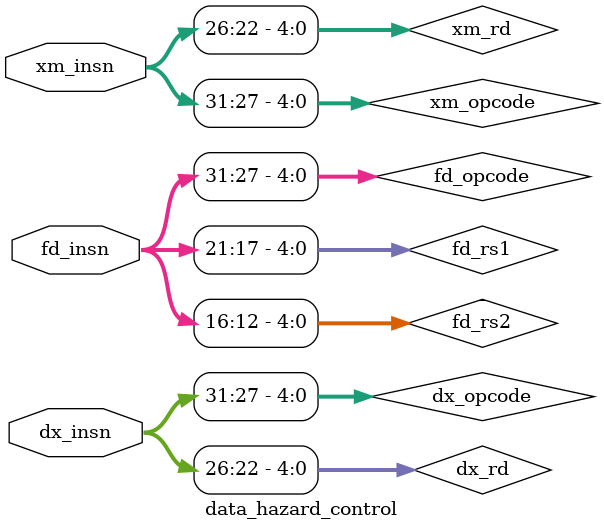
<source format=v>
module data_hazard_control(fd_insn, dx_insn, xm_insn); // dont need register, can parse itself

	input [31:0] fd_insn, dx_insn, xm_insn;
	
	wire is_data_hazard;
	wire [4:0] fd_rs1_equals_dx_rd, fd_rs2_equals_dx_rd, fd_rs1_equals_xm_rd, fd_rs2_equals_xm_rd;


	wire [4:0] fd_opcode, dx_opcode, xm_opcode;
	wire fd_only_rs_insn, dx_only_rs_insn, xm_only_rs_insn;
	wire fd_lw_insn, dx_lw_insn, xm_lw_insn;
	wire fd_addi_insn, dx_addi_insn, xm_addi_insn;
	wire fd_r_insn, dx_r_insn, xm_r_insn;
	wire fd_write_insn, dx_write_insn, xm_write_insn;
	wire [4:0] fd_rs1, fd_rs2, dx_rd, xm_rd;
	
	assign fd_opcode	= fd_insn[31:27];
	assign dx_opcode 	= dx_insn[31:27];
	assign xm_opcode 	= xm_insn[31:27];
	
	// will need to add special case for lw, sw
	assign fd_r_insn 			=  (~fd_opcode[4] & ~fd_opcode[3] & ~fd_opcode[2] & ~fd_opcode[1] & ~fd_opcode[0]); 	// r_insn
	assign fd_addi_insn 		=	(~fd_opcode[4] & ~fd_opcode[3] &  fd_opcode[2] & ~fd_opcode[1] &  fd_opcode[0]); 	//00101 addi
	assign fd_lw_insn			=	(~fd_opcode[4] &  fd_opcode[3] & ~fd_opcode[2] & ~fd_opcode[1] & ~fd_opcode[0]);		//01000 lw only check fd_rs1				
	
	// specials
	// ~opcode[4] & ~opcode[3] & ~opcode[2] &  opcode[1] &  opcode[0];	//00011 jal only check $rstatus
	// ~opcode[4] & ~opcode[3] &  opcode[2] &  opcode[1] &  opcode[0];	//00111 sw only check (lw followed by lw/sw/etc)
	// (~fd_opcode[4] &  fd_opcode[3] & ~fd_opcode[2] & ~fd_opcode[1] & ~fd_opcode[0]) ||	//01000 lw only check fd_rs1
	// opcode[4] & ~opcode[3] &  opcode[2] & ~opcode[1] &  opcode[0];	//10101 setx check if reading from $rstatus 
	
	assign dx_r_insn 			=  (~dx_opcode[4] & ~dx_opcode[3] & ~dx_opcode[2] & ~dx_opcode[1] & ~dx_opcode[0]); 	// r_insn
	assign dx_addi_insn 		=  (~dx_opcode[4] & ~dx_opcode[3] &  dx_opcode[2] & ~dx_opcode[1] &  dx_opcode[0]); 	// addi
	assign dx_lw_insn			=	(~dx_opcode[4] &  dx_opcode[3] & ~dx_opcode[2] & ~dx_opcode[1] & ~dx_opcode[0]);		//01000 lw only check fd_rs1				
	assign dx_write_insn 	=  dx_r_insn || dx_addi_insn || dx_lw_insn;				
						
	assign xm_r_insn 			=  (~xm_opcode[4] & ~xm_opcode[3] & ~xm_opcode[2] & ~xm_opcode[1] & ~xm_opcode[0]); 	// r_insn
	assign xm_addi_insn 		=	(~xm_opcode[4] & ~xm_opcode[3] &  xm_opcode[2] & ~xm_opcode[1] &  xm_opcode[0]);		// addit
	assign xm_lw_insn			=	(~xm_opcode[4] &  xm_opcode[3] & ~xm_opcode[2] & ~xm_opcode[1] & ~xm_opcode[0]);		//01000 lw only check fd_rs1				
	assign xm_write_insn 	=  xm_r_insn || xm_addi_insn || xm_lw_insn;				
	
	
	assign fd_rs1 	 	= fd_insn[21:17];
	assign fd_rs2		= fd_insn[16:12];
	assign dx_rd 		= dx_insn[26:22];
	assign xm_rd 		= xm_insn[26:22];
	
	genvar i;
	generate
	for(i=0; i<5; i=i+1) begin: loop1
		
		xnor x1(fd_rs1_equals_dx_rd[i], fd_rs1[i], dx_rd[i]);
		xnor x2(fd_rs2_equals_dx_rd[i], fd_rs2[i], dx_rd[i]);
		xnor x3(fd_rs1_equals_xm_rd[i], fd_rs1[i], xm_rd[i]);
		xnor x4(fd_rs2_equals_xm_rd[i], fd_rs2[i], xm_rd[i]);
	
	end
	endgenerate
	
	wire fd_dx_data_hazard_r, fd_xm_data_hazard_r, fd_dx_data_hazard_addi, fd_xm_data_hazard_addi;
	
	assign fd_dx_data_hazard_r = fd_r_insn && dx_write_insn && ((&fd_rs1_equals_dx_rd[4:0] && |fd_rs1[4:0]) || (&fd_rs2_equals_dx_rd[4:0] && |fd_rs2[4:0]));
	assign fd_xm_data_hazard_r = fd_r_insn && xm_write_insn && ((&fd_rs1_equals_xm_rd[4:0] && |fd_rs1[4:0]) || (&fd_rs2_equals_xm_rd[4:0] && |fd_rs2[4:0]));
	
	assign fd_dx_data_hazard_addi = (fd_addi_insn || fd_lw_insn) && dx_write_insn && &fd_rs1_equals_dx_rd[4:0] && |fd_rs1[4:0];
	assign fd_xm_data_hazard_addi = (fd_addi_insn || fd_lw_insn) && xm_write_insn && &fd_rs1_equals_xm_rd[4:0] && |fd_rs1[4:0];
	
	assign is_data_hazard = fd_dx_data_hazard_r || fd_xm_data_hazard_r || fd_dx_data_hazard_addi || fd_xm_data_hazard_addi;
	
endmodule
</source>
